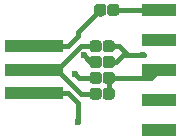
<source format=gbl>
G04 #@! TF.GenerationSoftware,KiCad,Pcbnew,(5.0.0)*
G04 #@! TF.CreationDate,2018-11-01T22:36:31+01:00*
G04 #@! TF.ProjectId,6587d78607f8c298dc1508cfa7303dc3,36353837643738363037663863323938,rev?*
G04 #@! TF.SameCoordinates,Original*
G04 #@! TF.FileFunction,Copper,L2,Bot,Signal*
G04 #@! TF.FilePolarity,Positive*
%FSLAX46Y46*%
G04 Gerber Fmt 4.6, Leading zero omitted, Abs format (unit mm)*
G04 Created by KiCad (PCBNEW (5.0.0)) date 11/01/18 22:36:31*
%MOMM*%
%LPD*%
G01*
G04 APERTURE LIST*
G04 #@! TA.AperFunction,Conductor*
%ADD10C,0.100000*%
G04 #@! TD*
G04 #@! TA.AperFunction,SMDPad,CuDef*
%ADD11C,1.000000*%
G04 #@! TD*
G04 #@! TA.AperFunction,SMDPad,CuDef*
%ADD12R,3.000000X1.000000*%
G04 #@! TD*
G04 #@! TA.AperFunction,ConnectorPad*
%ADD13R,5.000000X1.000000*%
G04 #@! TD*
G04 #@! TA.AperFunction,ViaPad*
%ADD14C,0.600000*%
G04 #@! TD*
G04 #@! TA.AperFunction,Conductor*
%ADD15C,0.400000*%
G04 #@! TD*
G04 APERTURE END LIST*
D10*
G04 #@! TO.N,N/C*
G04 #@! TO.C,*
G36*
X71699094Y-62559035D02*
X71723363Y-62562635D01*
X71747161Y-62568596D01*
X71770261Y-62576861D01*
X71792439Y-62587351D01*
X71813483Y-62599964D01*
X71833188Y-62614578D01*
X71851367Y-62631054D01*
X71867843Y-62649233D01*
X71882457Y-62668938D01*
X71895070Y-62689982D01*
X71905560Y-62712160D01*
X71913825Y-62735260D01*
X71919786Y-62759058D01*
X71923386Y-62783327D01*
X71924590Y-62807831D01*
X71924590Y-63307831D01*
X71923386Y-63332335D01*
X71919786Y-63356604D01*
X71913825Y-63380402D01*
X71905560Y-63403502D01*
X71895070Y-63425680D01*
X71882457Y-63446724D01*
X71867843Y-63466429D01*
X71851367Y-63484608D01*
X71833188Y-63501084D01*
X71813483Y-63515698D01*
X71792439Y-63528311D01*
X71770261Y-63538801D01*
X71747161Y-63547066D01*
X71723363Y-63553027D01*
X71699094Y-63556627D01*
X71674590Y-63557831D01*
X71174590Y-63557831D01*
X71150086Y-63556627D01*
X71125817Y-63553027D01*
X71102019Y-63547066D01*
X71078919Y-63538801D01*
X71056741Y-63528311D01*
X71035697Y-63515698D01*
X71015992Y-63501084D01*
X70997813Y-63484608D01*
X70981337Y-63466429D01*
X70966723Y-63446724D01*
X70954110Y-63425680D01*
X70943620Y-63403502D01*
X70935355Y-63380402D01*
X70929394Y-63356604D01*
X70925794Y-63332335D01*
X70924590Y-63307831D01*
X70924590Y-62807831D01*
X70925794Y-62783327D01*
X70929394Y-62759058D01*
X70935355Y-62735260D01*
X70943620Y-62712160D01*
X70954110Y-62689982D01*
X70966723Y-62668938D01*
X70981337Y-62649233D01*
X70997813Y-62631054D01*
X71015992Y-62614578D01*
X71035697Y-62599964D01*
X71056741Y-62587351D01*
X71078919Y-62576861D01*
X71102019Y-62568596D01*
X71125817Y-62562635D01*
X71150086Y-62559035D01*
X71174590Y-62557831D01*
X71674590Y-62557831D01*
X71699094Y-62559035D01*
X71699094Y-62559035D01*
G37*
D11*
G04 #@! TD*
G04 #@! TO.P,,1*
G04 #@! TO.N,N/C*
X71424590Y-63057831D03*
D10*
G04 #@! TO.N,N/C*
G04 #@! TO.C,2*
G36*
X72799094Y-62559035D02*
X72823363Y-62562635D01*
X72847161Y-62568596D01*
X72870261Y-62576861D01*
X72892439Y-62587351D01*
X72913483Y-62599964D01*
X72933188Y-62614578D01*
X72951367Y-62631054D01*
X72967843Y-62649233D01*
X72982457Y-62668938D01*
X72995070Y-62689982D01*
X73005560Y-62712160D01*
X73013825Y-62735260D01*
X73019786Y-62759058D01*
X73023386Y-62783327D01*
X73024590Y-62807831D01*
X73024590Y-63307831D01*
X73023386Y-63332335D01*
X73019786Y-63356604D01*
X73013825Y-63380402D01*
X73005560Y-63403502D01*
X72995070Y-63425680D01*
X72982457Y-63446724D01*
X72967843Y-63466429D01*
X72951367Y-63484608D01*
X72933188Y-63501084D01*
X72913483Y-63515698D01*
X72892439Y-63528311D01*
X72870261Y-63538801D01*
X72847161Y-63547066D01*
X72823363Y-63553027D01*
X72799094Y-63556627D01*
X72774590Y-63557831D01*
X72274590Y-63557831D01*
X72250086Y-63556627D01*
X72225817Y-63553027D01*
X72202019Y-63547066D01*
X72178919Y-63538801D01*
X72156741Y-63528311D01*
X72135697Y-63515698D01*
X72115992Y-63501084D01*
X72097813Y-63484608D01*
X72081337Y-63466429D01*
X72066723Y-63446724D01*
X72054110Y-63425680D01*
X72043620Y-63403502D01*
X72035355Y-63380402D01*
X72029394Y-63356604D01*
X72025794Y-63332335D01*
X72024590Y-63307831D01*
X72024590Y-62807831D01*
X72025794Y-62783327D01*
X72029394Y-62759058D01*
X72035355Y-62735260D01*
X72043620Y-62712160D01*
X72054110Y-62689982D01*
X72066723Y-62668938D01*
X72081337Y-62649233D01*
X72097813Y-62631054D01*
X72115992Y-62614578D01*
X72135697Y-62599964D01*
X72156741Y-62587351D01*
X72178919Y-62576861D01*
X72202019Y-62568596D01*
X72225817Y-62562635D01*
X72250086Y-62559035D01*
X72274590Y-62557831D01*
X72774590Y-62557831D01*
X72799094Y-62559035D01*
X72799094Y-62559035D01*
G37*
D11*
G04 #@! TD*
G04 #@! TO.P,2,1*
G04 #@! TO.N,N/C*
X72524590Y-63057831D03*
D10*
G04 #@! TO.N,N/C*
G04 #@! TO.C,*
G36*
X71699094Y-61212835D02*
X71723363Y-61216435D01*
X71747161Y-61222396D01*
X71770261Y-61230661D01*
X71792439Y-61241151D01*
X71813483Y-61253764D01*
X71833188Y-61268378D01*
X71851367Y-61284854D01*
X71867843Y-61303033D01*
X71882457Y-61322738D01*
X71895070Y-61343782D01*
X71905560Y-61365960D01*
X71913825Y-61389060D01*
X71919786Y-61412858D01*
X71923386Y-61437127D01*
X71924590Y-61461631D01*
X71924590Y-61961631D01*
X71923386Y-61986135D01*
X71919786Y-62010404D01*
X71913825Y-62034202D01*
X71905560Y-62057302D01*
X71895070Y-62079480D01*
X71882457Y-62100524D01*
X71867843Y-62120229D01*
X71851367Y-62138408D01*
X71833188Y-62154884D01*
X71813483Y-62169498D01*
X71792439Y-62182111D01*
X71770261Y-62192601D01*
X71747161Y-62200866D01*
X71723363Y-62206827D01*
X71699094Y-62210427D01*
X71674590Y-62211631D01*
X71174590Y-62211631D01*
X71150086Y-62210427D01*
X71125817Y-62206827D01*
X71102019Y-62200866D01*
X71078919Y-62192601D01*
X71056741Y-62182111D01*
X71035697Y-62169498D01*
X71015992Y-62154884D01*
X70997813Y-62138408D01*
X70981337Y-62120229D01*
X70966723Y-62100524D01*
X70954110Y-62079480D01*
X70943620Y-62057302D01*
X70935355Y-62034202D01*
X70929394Y-62010404D01*
X70925794Y-61986135D01*
X70924590Y-61961631D01*
X70924590Y-61461631D01*
X70925794Y-61437127D01*
X70929394Y-61412858D01*
X70935355Y-61389060D01*
X70943620Y-61365960D01*
X70954110Y-61343782D01*
X70966723Y-61322738D01*
X70981337Y-61303033D01*
X70997813Y-61284854D01*
X71015992Y-61268378D01*
X71035697Y-61253764D01*
X71056741Y-61241151D01*
X71078919Y-61230661D01*
X71102019Y-61222396D01*
X71125817Y-61216435D01*
X71150086Y-61212835D01*
X71174590Y-61211631D01*
X71674590Y-61211631D01*
X71699094Y-61212835D01*
X71699094Y-61212835D01*
G37*
D11*
G04 #@! TD*
G04 #@! TO.P,,1*
G04 #@! TO.N,N/C*
X71424590Y-61711631D03*
D10*
G04 #@! TO.N,N/C*
G04 #@! TO.C,1*
G36*
X72799094Y-61212835D02*
X72823363Y-61216435D01*
X72847161Y-61222396D01*
X72870261Y-61230661D01*
X72892439Y-61241151D01*
X72913483Y-61253764D01*
X72933188Y-61268378D01*
X72951367Y-61284854D01*
X72967843Y-61303033D01*
X72982457Y-61322738D01*
X72995070Y-61343782D01*
X73005560Y-61365960D01*
X73013825Y-61389060D01*
X73019786Y-61412858D01*
X73023386Y-61437127D01*
X73024590Y-61461631D01*
X73024590Y-61961631D01*
X73023386Y-61986135D01*
X73019786Y-62010404D01*
X73013825Y-62034202D01*
X73005560Y-62057302D01*
X72995070Y-62079480D01*
X72982457Y-62100524D01*
X72967843Y-62120229D01*
X72951367Y-62138408D01*
X72933188Y-62154884D01*
X72913483Y-62169498D01*
X72892439Y-62182111D01*
X72870261Y-62192601D01*
X72847161Y-62200866D01*
X72823363Y-62206827D01*
X72799094Y-62210427D01*
X72774590Y-62211631D01*
X72274590Y-62211631D01*
X72250086Y-62210427D01*
X72225817Y-62206827D01*
X72202019Y-62200866D01*
X72178919Y-62192601D01*
X72156741Y-62182111D01*
X72135697Y-62169498D01*
X72115992Y-62154884D01*
X72097813Y-62138408D01*
X72081337Y-62120229D01*
X72066723Y-62100524D01*
X72054110Y-62079480D01*
X72043620Y-62057302D01*
X72035355Y-62034202D01*
X72029394Y-62010404D01*
X72025794Y-61986135D01*
X72024590Y-61961631D01*
X72024590Y-61461631D01*
X72025794Y-61437127D01*
X72029394Y-61412858D01*
X72035355Y-61389060D01*
X72043620Y-61365960D01*
X72054110Y-61343782D01*
X72066723Y-61322738D01*
X72081337Y-61303033D01*
X72097813Y-61284854D01*
X72115992Y-61268378D01*
X72135697Y-61253764D01*
X72156741Y-61241151D01*
X72178919Y-61230661D01*
X72202019Y-61222396D01*
X72225817Y-61216435D01*
X72250086Y-61212835D01*
X72274590Y-61211631D01*
X72774590Y-61211631D01*
X72799094Y-61212835D01*
X72799094Y-61212835D01*
G37*
D11*
G04 #@! TD*
G04 #@! TO.P,1,1*
G04 #@! TO.N,N/C*
X72524590Y-61711631D03*
D10*
G04 #@! TO.N,N/C*
G04 #@! TO.C,*
G36*
X71699094Y-59879335D02*
X71723363Y-59882935D01*
X71747161Y-59888896D01*
X71770261Y-59897161D01*
X71792439Y-59907651D01*
X71813483Y-59920264D01*
X71833188Y-59934878D01*
X71851367Y-59951354D01*
X71867843Y-59969533D01*
X71882457Y-59989238D01*
X71895070Y-60010282D01*
X71905560Y-60032460D01*
X71913825Y-60055560D01*
X71919786Y-60079358D01*
X71923386Y-60103627D01*
X71924590Y-60128131D01*
X71924590Y-60628131D01*
X71923386Y-60652635D01*
X71919786Y-60676904D01*
X71913825Y-60700702D01*
X71905560Y-60723802D01*
X71895070Y-60745980D01*
X71882457Y-60767024D01*
X71867843Y-60786729D01*
X71851367Y-60804908D01*
X71833188Y-60821384D01*
X71813483Y-60835998D01*
X71792439Y-60848611D01*
X71770261Y-60859101D01*
X71747161Y-60867366D01*
X71723363Y-60873327D01*
X71699094Y-60876927D01*
X71674590Y-60878131D01*
X71174590Y-60878131D01*
X71150086Y-60876927D01*
X71125817Y-60873327D01*
X71102019Y-60867366D01*
X71078919Y-60859101D01*
X71056741Y-60848611D01*
X71035697Y-60835998D01*
X71015992Y-60821384D01*
X70997813Y-60804908D01*
X70981337Y-60786729D01*
X70966723Y-60767024D01*
X70954110Y-60745980D01*
X70943620Y-60723802D01*
X70935355Y-60700702D01*
X70929394Y-60676904D01*
X70925794Y-60652635D01*
X70924590Y-60628131D01*
X70924590Y-60128131D01*
X70925794Y-60103627D01*
X70929394Y-60079358D01*
X70935355Y-60055560D01*
X70943620Y-60032460D01*
X70954110Y-60010282D01*
X70966723Y-59989238D01*
X70981337Y-59969533D01*
X70997813Y-59951354D01*
X71015992Y-59934878D01*
X71035697Y-59920264D01*
X71056741Y-59907651D01*
X71078919Y-59897161D01*
X71102019Y-59888896D01*
X71125817Y-59882935D01*
X71150086Y-59879335D01*
X71174590Y-59878131D01*
X71674590Y-59878131D01*
X71699094Y-59879335D01*
X71699094Y-59879335D01*
G37*
D11*
G04 #@! TD*
G04 #@! TO.P,,1*
G04 #@! TO.N,N/C*
X71424590Y-60378131D03*
D10*
G04 #@! TO.N,N/C*
G04 #@! TO.C,2*
G36*
X72799094Y-59879335D02*
X72823363Y-59882935D01*
X72847161Y-59888896D01*
X72870261Y-59897161D01*
X72892439Y-59907651D01*
X72913483Y-59920264D01*
X72933188Y-59934878D01*
X72951367Y-59951354D01*
X72967843Y-59969533D01*
X72982457Y-59989238D01*
X72995070Y-60010282D01*
X73005560Y-60032460D01*
X73013825Y-60055560D01*
X73019786Y-60079358D01*
X73023386Y-60103627D01*
X73024590Y-60128131D01*
X73024590Y-60628131D01*
X73023386Y-60652635D01*
X73019786Y-60676904D01*
X73013825Y-60700702D01*
X73005560Y-60723802D01*
X72995070Y-60745980D01*
X72982457Y-60767024D01*
X72967843Y-60786729D01*
X72951367Y-60804908D01*
X72933188Y-60821384D01*
X72913483Y-60835998D01*
X72892439Y-60848611D01*
X72870261Y-60859101D01*
X72847161Y-60867366D01*
X72823363Y-60873327D01*
X72799094Y-60876927D01*
X72774590Y-60878131D01*
X72274590Y-60878131D01*
X72250086Y-60876927D01*
X72225817Y-60873327D01*
X72202019Y-60867366D01*
X72178919Y-60859101D01*
X72156741Y-60848611D01*
X72135697Y-60835998D01*
X72115992Y-60821384D01*
X72097813Y-60804908D01*
X72081337Y-60786729D01*
X72066723Y-60767024D01*
X72054110Y-60745980D01*
X72043620Y-60723802D01*
X72035355Y-60700702D01*
X72029394Y-60676904D01*
X72025794Y-60652635D01*
X72024590Y-60628131D01*
X72024590Y-60128131D01*
X72025794Y-60103627D01*
X72029394Y-60079358D01*
X72035355Y-60055560D01*
X72043620Y-60032460D01*
X72054110Y-60010282D01*
X72066723Y-59989238D01*
X72081337Y-59969533D01*
X72097813Y-59951354D01*
X72115992Y-59934878D01*
X72135697Y-59920264D01*
X72156741Y-59907651D01*
X72178919Y-59897161D01*
X72202019Y-59888896D01*
X72225817Y-59882935D01*
X72250086Y-59879335D01*
X72274590Y-59878131D01*
X72774590Y-59878131D01*
X72799094Y-59879335D01*
X72799094Y-59879335D01*
G37*
D11*
G04 #@! TD*
G04 #@! TO.P,2,1*
G04 #@! TO.N,N/C*
X72524590Y-60378131D03*
D10*
G04 #@! TO.N,N/C*
G04 #@! TO.C,1*
G36*
X72799094Y-58545835D02*
X72823363Y-58549435D01*
X72847161Y-58555396D01*
X72870261Y-58563661D01*
X72892439Y-58574151D01*
X72913483Y-58586764D01*
X72933188Y-58601378D01*
X72951367Y-58617854D01*
X72967843Y-58636033D01*
X72982457Y-58655738D01*
X72995070Y-58676782D01*
X73005560Y-58698960D01*
X73013825Y-58722060D01*
X73019786Y-58745858D01*
X73023386Y-58770127D01*
X73024590Y-58794631D01*
X73024590Y-59294631D01*
X73023386Y-59319135D01*
X73019786Y-59343404D01*
X73013825Y-59367202D01*
X73005560Y-59390302D01*
X72995070Y-59412480D01*
X72982457Y-59433524D01*
X72967843Y-59453229D01*
X72951367Y-59471408D01*
X72933188Y-59487884D01*
X72913483Y-59502498D01*
X72892439Y-59515111D01*
X72870261Y-59525601D01*
X72847161Y-59533866D01*
X72823363Y-59539827D01*
X72799094Y-59543427D01*
X72774590Y-59544631D01*
X72274590Y-59544631D01*
X72250086Y-59543427D01*
X72225817Y-59539827D01*
X72202019Y-59533866D01*
X72178919Y-59525601D01*
X72156741Y-59515111D01*
X72135697Y-59502498D01*
X72115992Y-59487884D01*
X72097813Y-59471408D01*
X72081337Y-59453229D01*
X72066723Y-59433524D01*
X72054110Y-59412480D01*
X72043620Y-59390302D01*
X72035355Y-59367202D01*
X72029394Y-59343404D01*
X72025794Y-59319135D01*
X72024590Y-59294631D01*
X72024590Y-58794631D01*
X72025794Y-58770127D01*
X72029394Y-58745858D01*
X72035355Y-58722060D01*
X72043620Y-58698960D01*
X72054110Y-58676782D01*
X72066723Y-58655738D01*
X72081337Y-58636033D01*
X72097813Y-58617854D01*
X72115992Y-58601378D01*
X72135697Y-58586764D01*
X72156741Y-58574151D01*
X72178919Y-58563661D01*
X72202019Y-58555396D01*
X72225817Y-58549435D01*
X72250086Y-58545835D01*
X72274590Y-58544631D01*
X72774590Y-58544631D01*
X72799094Y-58545835D01*
X72799094Y-58545835D01*
G37*
D11*
G04 #@! TD*
G04 #@! TO.P,1,1*
G04 #@! TO.N,N/C*
X72524590Y-59044631D03*
D10*
G04 #@! TO.N,N/C*
G04 #@! TO.C,*
G36*
X71699094Y-58545835D02*
X71723363Y-58549435D01*
X71747161Y-58555396D01*
X71770261Y-58563661D01*
X71792439Y-58574151D01*
X71813483Y-58586764D01*
X71833188Y-58601378D01*
X71851367Y-58617854D01*
X71867843Y-58636033D01*
X71882457Y-58655738D01*
X71895070Y-58676782D01*
X71905560Y-58698960D01*
X71913825Y-58722060D01*
X71919786Y-58745858D01*
X71923386Y-58770127D01*
X71924590Y-58794631D01*
X71924590Y-59294631D01*
X71923386Y-59319135D01*
X71919786Y-59343404D01*
X71913825Y-59367202D01*
X71905560Y-59390302D01*
X71895070Y-59412480D01*
X71882457Y-59433524D01*
X71867843Y-59453229D01*
X71851367Y-59471408D01*
X71833188Y-59487884D01*
X71813483Y-59502498D01*
X71792439Y-59515111D01*
X71770261Y-59525601D01*
X71747161Y-59533866D01*
X71723363Y-59539827D01*
X71699094Y-59543427D01*
X71674590Y-59544631D01*
X71174590Y-59544631D01*
X71150086Y-59543427D01*
X71125817Y-59539827D01*
X71102019Y-59533866D01*
X71078919Y-59525601D01*
X71056741Y-59515111D01*
X71035697Y-59502498D01*
X71015992Y-59487884D01*
X70997813Y-59471408D01*
X70981337Y-59453229D01*
X70966723Y-59433524D01*
X70954110Y-59412480D01*
X70943620Y-59390302D01*
X70935355Y-59367202D01*
X70929394Y-59343404D01*
X70925794Y-59319135D01*
X70924590Y-59294631D01*
X70924590Y-58794631D01*
X70925794Y-58770127D01*
X70929394Y-58745858D01*
X70935355Y-58722060D01*
X70943620Y-58698960D01*
X70954110Y-58676782D01*
X70966723Y-58655738D01*
X70981337Y-58636033D01*
X70997813Y-58617854D01*
X71015992Y-58601378D01*
X71035697Y-58586764D01*
X71056741Y-58574151D01*
X71078919Y-58563661D01*
X71102019Y-58555396D01*
X71125817Y-58549435D01*
X71150086Y-58545835D01*
X71174590Y-58544631D01*
X71674590Y-58544631D01*
X71699094Y-58545835D01*
X71699094Y-58545835D01*
G37*
D11*
G04 #@! TD*
G04 #@! TO.P,,1*
G04 #@! TO.N,N/C*
X71424590Y-59044631D03*
D12*
G04 #@! TO.P,,1 - RST*
G04 #@! TO.N,N/C*
X76762560Y-66118740D03*
G04 #@! TO.P,,5 - SWIM*
X76762560Y-61038740D03*
G04 #@! TO.P,,9 - 5.0V*
X76762560Y-55958740D03*
G04 #@! TO.P,,3 - GND*
X76762560Y-63578740D03*
G04 #@! TO.P,,7 - 3.3V*
X76762560Y-58498740D03*
G04 #@! TD*
D13*
G04 #@! TO.P,GBLink,1 - VDD*
G04 #@! TO.N,N/C*
X66189860Y-59039825D03*
G04 #@! TO.P,GBLink,3 - SI*
X66189860Y-61039825D03*
G04 #@! TO.P,GBLink,5 - SC*
X66189860Y-63039825D03*
G04 #@! TD*
D10*
G04 #@! TO.N,N/C*
G04 #@! TO.C,*
G36*
X72092794Y-55459735D02*
X72117063Y-55463335D01*
X72140861Y-55469296D01*
X72163961Y-55477561D01*
X72186139Y-55488051D01*
X72207183Y-55500664D01*
X72226888Y-55515278D01*
X72245067Y-55531754D01*
X72261543Y-55549933D01*
X72276157Y-55569638D01*
X72288770Y-55590682D01*
X72299260Y-55612860D01*
X72307525Y-55635960D01*
X72313486Y-55659758D01*
X72317086Y-55684027D01*
X72318290Y-55708531D01*
X72318290Y-56208531D01*
X72317086Y-56233035D01*
X72313486Y-56257304D01*
X72307525Y-56281102D01*
X72299260Y-56304202D01*
X72288770Y-56326380D01*
X72276157Y-56347424D01*
X72261543Y-56367129D01*
X72245067Y-56385308D01*
X72226888Y-56401784D01*
X72207183Y-56416398D01*
X72186139Y-56429011D01*
X72163961Y-56439501D01*
X72140861Y-56447766D01*
X72117063Y-56453727D01*
X72092794Y-56457327D01*
X72068290Y-56458531D01*
X71568290Y-56458531D01*
X71543786Y-56457327D01*
X71519517Y-56453727D01*
X71495719Y-56447766D01*
X71472619Y-56439501D01*
X71450441Y-56429011D01*
X71429397Y-56416398D01*
X71409692Y-56401784D01*
X71391513Y-56385308D01*
X71375037Y-56367129D01*
X71360423Y-56347424D01*
X71347810Y-56326380D01*
X71337320Y-56304202D01*
X71329055Y-56281102D01*
X71323094Y-56257304D01*
X71319494Y-56233035D01*
X71318290Y-56208531D01*
X71318290Y-55708531D01*
X71319494Y-55684027D01*
X71323094Y-55659758D01*
X71329055Y-55635960D01*
X71337320Y-55612860D01*
X71347810Y-55590682D01*
X71360423Y-55569638D01*
X71375037Y-55549933D01*
X71391513Y-55531754D01*
X71409692Y-55515278D01*
X71429397Y-55500664D01*
X71450441Y-55488051D01*
X71472619Y-55477561D01*
X71495719Y-55469296D01*
X71519517Y-55463335D01*
X71543786Y-55459735D01*
X71568290Y-55458531D01*
X72068290Y-55458531D01*
X72092794Y-55459735D01*
X72092794Y-55459735D01*
G37*
D11*
G04 #@! TD*
G04 #@! TO.P,,1*
G04 #@! TO.N,N/C*
X71818290Y-55958531D03*
D10*
G04 #@! TO.N,N/C*
G04 #@! TO.C,VCC*
G36*
X73192794Y-55459735D02*
X73217063Y-55463335D01*
X73240861Y-55469296D01*
X73263961Y-55477561D01*
X73286139Y-55488051D01*
X73307183Y-55500664D01*
X73326888Y-55515278D01*
X73345067Y-55531754D01*
X73361543Y-55549933D01*
X73376157Y-55569638D01*
X73388770Y-55590682D01*
X73399260Y-55612860D01*
X73407525Y-55635960D01*
X73413486Y-55659758D01*
X73417086Y-55684027D01*
X73418290Y-55708531D01*
X73418290Y-56208531D01*
X73417086Y-56233035D01*
X73413486Y-56257304D01*
X73407525Y-56281102D01*
X73399260Y-56304202D01*
X73388770Y-56326380D01*
X73376157Y-56347424D01*
X73361543Y-56367129D01*
X73345067Y-56385308D01*
X73326888Y-56401784D01*
X73307183Y-56416398D01*
X73286139Y-56429011D01*
X73263961Y-56439501D01*
X73240861Y-56447766D01*
X73217063Y-56453727D01*
X73192794Y-56457327D01*
X73168290Y-56458531D01*
X72668290Y-56458531D01*
X72643786Y-56457327D01*
X72619517Y-56453727D01*
X72595719Y-56447766D01*
X72572619Y-56439501D01*
X72550441Y-56429011D01*
X72529397Y-56416398D01*
X72509692Y-56401784D01*
X72491513Y-56385308D01*
X72475037Y-56367129D01*
X72460423Y-56347424D01*
X72447810Y-56326380D01*
X72437320Y-56304202D01*
X72429055Y-56281102D01*
X72423094Y-56257304D01*
X72419494Y-56233035D01*
X72418290Y-56208531D01*
X72418290Y-55708531D01*
X72419494Y-55684027D01*
X72423094Y-55659758D01*
X72429055Y-55635960D01*
X72437320Y-55612860D01*
X72447810Y-55590682D01*
X72460423Y-55569638D01*
X72475037Y-55549933D01*
X72491513Y-55531754D01*
X72509692Y-55515278D01*
X72529397Y-55500664D01*
X72550441Y-55488051D01*
X72572619Y-55477561D01*
X72595719Y-55469296D01*
X72619517Y-55463335D01*
X72643786Y-55459735D01*
X72668290Y-55458531D01*
X73168290Y-55458531D01*
X73192794Y-55459735D01*
X73192794Y-55459735D01*
G37*
D11*
G04 #@! TD*
G04 #@! TO.P,VCC,1*
G04 #@! TO.N,N/C*
X72918290Y-55958531D03*
D14*
G04 #@! TO.N,*
X75438000Y-59804300D03*
X69938900Y-65493900D03*
X69710300Y-61391800D03*
X70408800Y-59817000D03*
G04 #@! TD*
D15*
G04 #@! TO.N,*
X66267354Y-60962331D02*
X66189860Y-61039825D01*
X68202625Y-61039825D02*
X66189860Y-61039825D01*
X68189860Y-59039825D02*
X66189860Y-59039825D01*
X75762560Y-55958740D02*
X76762560Y-55958740D01*
X76762560Y-55958740D02*
X75419981Y-55958740D01*
X66232766Y-59082731D02*
X66189860Y-59039825D01*
X75438000Y-59804300D02*
X75528120Y-59804300D01*
X71818290Y-56311395D02*
X71818290Y-55958531D01*
X76762351Y-55958531D02*
X76762560Y-55958740D01*
X72918290Y-55958531D02*
X76762351Y-55958531D01*
X69089860Y-63039825D02*
X69938900Y-63888865D01*
X66189860Y-63039825D02*
X69089860Y-63039825D01*
X69938900Y-63888865D02*
X69938900Y-65493900D01*
X69938900Y-65493900D02*
X69938900Y-65493900D01*
X69089860Y-59039825D02*
X69951600Y-58178085D01*
X66189860Y-59039825D02*
X69089860Y-59039825D01*
X69951600Y-57825221D02*
X71818290Y-55958531D01*
X69951600Y-58178085D02*
X69951600Y-57825221D01*
X70185054Y-59044631D02*
X68189860Y-61039825D01*
X71424590Y-59044631D02*
X70185054Y-59044631D01*
X72524590Y-59044631D02*
X73408331Y-59044631D01*
X74168000Y-59804300D02*
X75438000Y-59804300D01*
X73408331Y-59044631D02*
X74168000Y-59804300D01*
X73698421Y-59804300D02*
X74168000Y-59804300D01*
X73124590Y-60378131D02*
X73698421Y-59804300D01*
X72524590Y-60378131D02*
X73124590Y-60378131D01*
X71424590Y-63057831D02*
X70334931Y-63057831D01*
X68189860Y-61039825D02*
X66189860Y-61039825D01*
X70207866Y-63057831D02*
X68189860Y-61039825D01*
X70334931Y-63057831D02*
X70207866Y-63057831D01*
X72524590Y-61711631D02*
X72524590Y-63057831D01*
X76089669Y-61711631D02*
X76762560Y-61038740D01*
X72524590Y-61711631D02*
X76089669Y-61711631D01*
X70030131Y-61711631D02*
X69710300Y-61391800D01*
X71424590Y-61711631D02*
X70030131Y-61711631D01*
X70969931Y-60378131D02*
X70408800Y-59817000D01*
X71424590Y-60378131D02*
X70969931Y-60378131D01*
G04 #@! TD*
M02*

</source>
